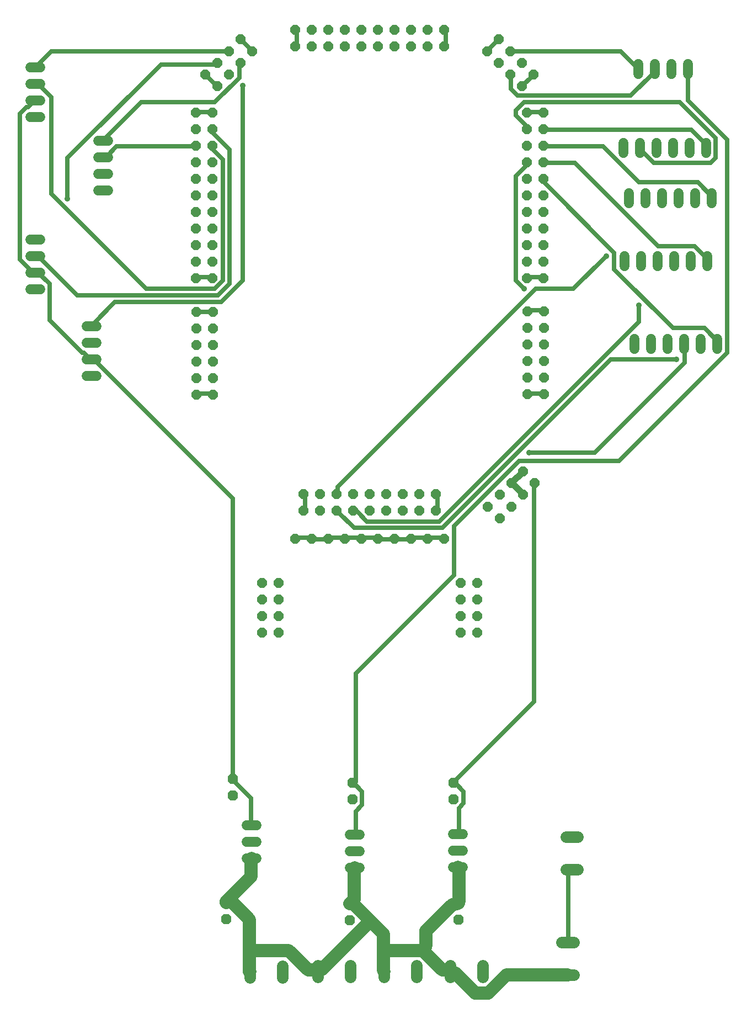
<source format=gbr>
G04 EAGLE Gerber RS-274X export*
G75*
%MOMM*%
%FSLAX34Y34*%
%LPD*%
%INBottom Copper*%
%IPPOS*%
%AMOC8*
5,1,8,0,0,1.08239X$1,22.5*%
G01*
%ADD10C,1.790700*%
%ADD11C,1.524000*%
%ADD12P,1.632244X8X22.500000*%
%ADD13P,1.632244X8X202.500000*%
%ADD14P,1.632244X8X67.500000*%
%ADD15P,1.632244X8X337.500000*%
%ADD16P,1.732040X8X112.500000*%
%ADD17C,1.000000*%
%ADD18C,0.700000*%
%ADD19C,0.914400*%
%ADD20C,2.000000*%


D10*
X835200Y207047D02*
X835200Y224954D01*
X885200Y224954D02*
X885200Y207047D01*
X1142100Y207847D02*
X1142100Y225754D01*
X1192100Y225754D02*
X1192100Y207847D01*
X1040500Y207847D02*
X1040500Y225754D01*
X1090500Y225754D02*
X1090500Y207847D01*
X938900Y207847D02*
X938900Y225754D01*
X988900Y225754D02*
X988900Y207847D01*
D11*
X1146480Y376700D02*
X1161720Y376700D01*
X1161720Y402100D02*
X1146480Y402100D01*
X1146480Y427500D02*
X1161720Y427500D01*
X1003420Y375700D02*
X988180Y375700D01*
X988180Y401100D02*
X1003420Y401100D01*
X1003420Y426500D02*
X988180Y426500D01*
X845120Y389700D02*
X829880Y389700D01*
X829880Y415100D02*
X845120Y415100D01*
X845120Y440500D02*
X829880Y440500D01*
D10*
X1320347Y372700D02*
X1338254Y372700D01*
X1338254Y422700D02*
X1320347Y422700D01*
D11*
X513720Y1603300D02*
X498480Y1603300D01*
X498480Y1577900D02*
X513720Y1577900D01*
X513720Y1552500D02*
X498480Y1552500D01*
X498480Y1527100D02*
X513720Y1527100D01*
X601780Y1490300D02*
X617020Y1490300D01*
X617020Y1464900D02*
X601780Y1464900D01*
X601780Y1439500D02*
X617020Y1439500D01*
X617020Y1414100D02*
X601780Y1414100D01*
X513320Y1339300D02*
X498080Y1339300D01*
X498080Y1313900D02*
X513320Y1313900D01*
X513320Y1288500D02*
X498080Y1288500D01*
X498080Y1263100D02*
X513320Y1263100D01*
X584180Y1205800D02*
X599420Y1205800D01*
X599420Y1180400D02*
X584180Y1180400D01*
X584180Y1155000D02*
X599420Y1155000D01*
X599420Y1129600D02*
X584180Y1129600D01*
D12*
X904340Y1660860D03*
X904340Y1635460D03*
X929740Y1660860D03*
X955140Y1635460D03*
X955140Y1660860D03*
X980540Y1635460D03*
X980540Y1660860D03*
X1005940Y1635460D03*
X1005940Y1660860D03*
X1031340Y1635460D03*
X1031340Y1660860D03*
X1056740Y1635460D03*
X1056740Y1660860D03*
X1082140Y1635460D03*
X1082140Y1660860D03*
X1107540Y1635460D03*
X1107540Y1660860D03*
X929740Y1635460D03*
X1132940Y1660860D03*
X1132940Y1635460D03*
X917167Y948492D03*
X917167Y923092D03*
X942567Y948492D03*
X967967Y923092D03*
X967967Y948492D03*
X993367Y923092D03*
X993367Y948492D03*
X1018767Y923092D03*
X1018767Y948492D03*
X1044167Y923092D03*
X1044167Y948492D03*
X1069567Y923092D03*
X1069567Y948492D03*
X1094967Y923092D03*
X1094967Y948492D03*
X1120367Y923092D03*
X1120367Y948492D03*
X942567Y923092D03*
X1006118Y879810D03*
X1031518Y879810D03*
X1056918Y879810D03*
X1082318Y879810D03*
X1107718Y879810D03*
X1133118Y879810D03*
X980718Y879810D03*
X955318Y879810D03*
X929918Y879810D03*
X904518Y879810D03*
X753210Y1177625D03*
X778610Y1177625D03*
X778610Y1203025D03*
X753210Y1203025D03*
X753210Y1228425D03*
X778610Y1228425D03*
X753210Y1152225D03*
X778610Y1152225D03*
X778610Y1126825D03*
X753210Y1126825D03*
X753210Y1101425D03*
X778610Y1101425D03*
D13*
X1261032Y1178006D03*
X1261032Y1203406D03*
X1286432Y1203406D03*
X1286432Y1228806D03*
X1261032Y1228806D03*
X1286432Y1152606D03*
X1261032Y1152606D03*
X1261032Y1127206D03*
X1286432Y1127206D03*
X1286432Y1101806D03*
X1261032Y1101806D03*
X1286432Y1178006D03*
D12*
X752042Y1406860D03*
X777442Y1406860D03*
X752042Y1432260D03*
X777442Y1432260D03*
X752042Y1457660D03*
X777442Y1457660D03*
X752042Y1483060D03*
X752042Y1508460D03*
X752042Y1533860D03*
X777442Y1483060D03*
X777442Y1508460D03*
X777442Y1533860D03*
X752042Y1381460D03*
X777442Y1381460D03*
X777442Y1356060D03*
X752042Y1356060D03*
X752042Y1330660D03*
X777442Y1330660D03*
X752042Y1305260D03*
X777442Y1305260D03*
X777442Y1279860D03*
X752042Y1279860D03*
X1259940Y1406860D03*
X1285340Y1406860D03*
X1285340Y1432260D03*
X1259940Y1432260D03*
X1259940Y1457660D03*
X1285340Y1457660D03*
X1285340Y1483060D03*
X1285340Y1508460D03*
X1285340Y1533860D03*
X1259940Y1483060D03*
X1259940Y1508460D03*
X1259940Y1533860D03*
X1285340Y1279860D03*
X1259940Y1279860D03*
X1259940Y1305260D03*
X1285340Y1305260D03*
X1285340Y1330660D03*
X1285340Y1356060D03*
X1285340Y1381460D03*
X1259940Y1330660D03*
X1259940Y1356060D03*
X1259940Y1381460D03*
D14*
X802715Y1628071D03*
X820675Y1610111D03*
X820675Y1646032D03*
X838636Y1628071D03*
X784754Y1610111D03*
X802715Y1592150D03*
X766794Y1592150D03*
X784754Y1574190D03*
D15*
X1216642Y1646045D03*
X1198682Y1628085D03*
X1234603Y1628085D03*
X1216642Y1610124D03*
X1252563Y1610124D03*
X1234603Y1592164D03*
X1270524Y1592164D03*
X1252563Y1574203D03*
D14*
X1200239Y929561D03*
X1218199Y911601D03*
X1218199Y947522D03*
X1236160Y929561D03*
X1236160Y965482D03*
X1254120Y947522D03*
X1254120Y983443D03*
X1272081Y965482D03*
D12*
X853540Y812500D03*
X878940Y812500D03*
X853540Y787100D03*
X878940Y787100D03*
X853540Y761700D03*
X878940Y761700D03*
X853540Y736300D03*
X878940Y736300D03*
X1158340Y812500D03*
X1183740Y812500D03*
X1158340Y787100D03*
X1183740Y787100D03*
X1158340Y761700D03*
X1183740Y761700D03*
X1158340Y736300D03*
X1183740Y736300D03*
D11*
X1431000Y1593080D02*
X1431000Y1608320D01*
X1456400Y1608320D02*
X1456400Y1593080D01*
X1481800Y1593080D02*
X1481800Y1608320D01*
X1507200Y1608320D02*
X1507200Y1593080D01*
D16*
X1154700Y296200D03*
X1154700Y321600D03*
X988700Y295200D03*
X988700Y320600D03*
X798700Y297200D03*
X798700Y322600D03*
X1147300Y480600D03*
X1147300Y506000D03*
X992600Y480600D03*
X992600Y506000D03*
X808700Y486200D03*
X808700Y511600D03*
D10*
X1313747Y211700D02*
X1331654Y211700D01*
X1331654Y261700D02*
X1313747Y261700D01*
D11*
X1416500Y1395380D02*
X1416500Y1410620D01*
X1441900Y1410620D02*
X1441900Y1395380D01*
X1467300Y1395380D02*
X1467300Y1410620D01*
X1492700Y1410620D02*
X1492700Y1395380D01*
X1518100Y1395380D02*
X1518100Y1410620D01*
X1543500Y1410620D02*
X1543500Y1395380D01*
X1425500Y1186620D02*
X1425500Y1171380D01*
X1450900Y1171380D02*
X1450900Y1186620D01*
X1476300Y1186620D02*
X1476300Y1171380D01*
X1501700Y1171380D02*
X1501700Y1186620D01*
X1527100Y1186620D02*
X1527100Y1171380D01*
X1552500Y1171380D02*
X1552500Y1186620D01*
X1409500Y1298380D02*
X1409500Y1313620D01*
X1434900Y1313620D02*
X1434900Y1298380D01*
X1460300Y1298380D02*
X1460300Y1313620D01*
X1485700Y1313620D02*
X1485700Y1298380D01*
X1511100Y1298380D02*
X1511100Y1313620D01*
X1536500Y1313620D02*
X1536500Y1298380D01*
X1408500Y1472380D02*
X1408500Y1487620D01*
X1433900Y1487620D02*
X1433900Y1472380D01*
X1459300Y1472380D02*
X1459300Y1487620D01*
X1484700Y1487620D02*
X1484700Y1472380D01*
X1510100Y1472380D02*
X1510100Y1487620D01*
X1535500Y1487620D02*
X1535500Y1472380D01*
D17*
X1238416Y964608D02*
X1253488Y949536D01*
X1254120Y947522D01*
X1238416Y964608D02*
X1236160Y965482D01*
X1238416Y967120D02*
X1253488Y982192D01*
X1254120Y983443D01*
X1238416Y967120D02*
X1236160Y965482D01*
D18*
X929440Y881712D02*
X906832Y881712D01*
X904518Y879810D01*
X929440Y881712D02*
X929918Y879810D01*
X957072Y881712D02*
X979680Y881712D01*
X957072Y881712D02*
X955318Y879810D01*
X979680Y881712D02*
X980718Y879810D01*
X952048Y879200D02*
X931952Y879200D01*
X929918Y879810D01*
X952048Y879200D02*
X955318Y879810D01*
X1007312Y881712D02*
X1029920Y881712D01*
X1007312Y881712D02*
X1006118Y879810D01*
X1029920Y881712D02*
X1031518Y879810D01*
X1034944Y879200D02*
X1055040Y879200D01*
X1056918Y879810D01*
X1034944Y879200D02*
X1031518Y879810D01*
X1060064Y879200D02*
X1080160Y879200D01*
X1082318Y879810D01*
X1060064Y879200D02*
X1056918Y879810D01*
X1085184Y881712D02*
X1105280Y881712D01*
X1107718Y879810D01*
X1085184Y881712D02*
X1082318Y879810D01*
X1110304Y881712D02*
X1132912Y881712D01*
X1133118Y879810D01*
X1110304Y881712D02*
X1107718Y879810D01*
X1004800Y881712D02*
X982192Y881712D01*
X980718Y879810D01*
X1004800Y881712D02*
X1006118Y879810D01*
X1122864Y924416D02*
X1122864Y947024D01*
X1122864Y924416D02*
X1120367Y923092D01*
X1122864Y947024D02*
X1120367Y948492D01*
X919392Y947024D02*
X919392Y924416D01*
X917167Y923092D01*
X919392Y947024D02*
X917167Y948492D01*
X1135424Y1637824D02*
X1135424Y1660432D01*
X1135424Y1637824D02*
X1132940Y1635460D01*
X1135424Y1660432D02*
X1132940Y1660860D01*
X906832Y1660432D02*
X906832Y1637824D01*
X904340Y1635460D01*
X906832Y1660432D02*
X904340Y1660860D01*
X1253488Y1575024D02*
X1268560Y1590096D01*
X1253488Y1575024D02*
X1252563Y1574203D01*
X1268560Y1590096D02*
X1270524Y1592164D01*
X1215808Y1645360D02*
X1200736Y1630288D01*
X1198682Y1628085D01*
X1215808Y1645360D02*
X1216642Y1646045D01*
X836496Y1630288D02*
X821424Y1645360D01*
X836496Y1630288D02*
X838636Y1628071D01*
X821424Y1645360D02*
X820675Y1646032D01*
X768672Y1590096D02*
X783744Y1575024D01*
X768672Y1590096D02*
X766794Y1592150D01*
X783744Y1575024D02*
X784754Y1574190D01*
X776208Y1534832D02*
X753600Y1534832D01*
X752042Y1533860D01*
X776208Y1534832D02*
X777442Y1533860D01*
X776208Y1281120D02*
X753600Y1281120D01*
X752042Y1279860D01*
X776208Y1281120D02*
X777442Y1279860D01*
X776208Y1228368D02*
X753600Y1228368D01*
X753210Y1228425D01*
X776208Y1228368D02*
X778610Y1228425D01*
X776208Y1102768D02*
X753600Y1102768D01*
X753210Y1101425D01*
X776208Y1102768D02*
X778610Y1101425D01*
X1261024Y1534832D02*
X1283632Y1534832D01*
X1261024Y1534832D02*
X1259940Y1533860D01*
X1283632Y1534832D02*
X1285340Y1533860D01*
X1283632Y1281120D02*
X1261024Y1281120D01*
X1259940Y1279860D01*
X1283632Y1281120D02*
X1285340Y1279860D01*
X1286144Y1230880D02*
X1263536Y1230880D01*
X1261032Y1228806D01*
X1286144Y1230880D02*
X1286432Y1228806D01*
X1286144Y1102768D02*
X1263536Y1102768D01*
X1261032Y1101806D01*
X1286144Y1102768D02*
X1286432Y1101806D01*
X1286144Y1507200D02*
X1512224Y1507200D01*
X1537344Y1482080D01*
X1286144Y1507200D02*
X1285340Y1508460D01*
X1535500Y1480000D02*
X1537344Y1482080D01*
X1258512Y1509712D02*
X1258512Y1514736D01*
X1243440Y1529808D01*
X1243440Y1537344D01*
X1256000Y1549904D01*
X1494640Y1549904D01*
X1549904Y1494640D01*
X1549904Y1464496D01*
X1542368Y1456960D01*
X1454448Y1456960D01*
X1431840Y1479568D01*
X1259940Y1508460D02*
X1258512Y1509712D01*
X1431840Y1479568D02*
X1433900Y1480000D01*
X1376576Y1482080D02*
X1286144Y1482080D01*
X1376576Y1482080D02*
X1431840Y1426816D01*
X1522272Y1426816D01*
X1544880Y1404208D01*
X1286144Y1482080D02*
X1285340Y1483060D01*
X1543500Y1403000D02*
X1544880Y1404208D01*
X1258512Y1451936D02*
X1258512Y1456960D01*
X1258512Y1451936D02*
X1243440Y1436864D01*
X1243440Y1276096D01*
X1256000Y1263536D01*
X1258512Y1456960D02*
X1259940Y1457660D01*
D19*
X1256000Y1263536D03*
D18*
X1286144Y1456960D02*
X1333872Y1456960D01*
X1461984Y1328848D01*
X1517248Y1328848D01*
X1534832Y1311264D01*
X1534832Y1306240D01*
X1286144Y1456960D02*
X1285340Y1457660D01*
X1534832Y1306240D02*
X1536500Y1306000D01*
X1286144Y1426816D02*
X1286144Y1431840D01*
X1286144Y1426816D02*
X1394160Y1318800D01*
X1394160Y1293680D01*
X1484592Y1203248D01*
X1532320Y1203248D01*
X1554928Y1180640D01*
X1286144Y1431840D02*
X1285340Y1432260D01*
X1552500Y1179000D02*
X1554928Y1180640D01*
X994752Y896784D02*
X969632Y921904D01*
X994752Y896784D02*
X1130400Y896784D01*
X1389136Y1155520D01*
X1489616Y1155520D01*
X969632Y921904D02*
X967967Y923092D01*
D19*
X1489616Y1155520D03*
D18*
X969632Y959584D02*
X969632Y949536D01*
X969632Y959584D02*
X1273584Y1263536D01*
X1331360Y1263536D01*
X1381600Y1313776D01*
X969632Y949536D02*
X967967Y948492D01*
D19*
X1381600Y1313776D03*
D18*
X999776Y921904D02*
X994752Y921904D01*
X999776Y921904D02*
X1014848Y906832D01*
X1125376Y906832D01*
X1431840Y1213296D01*
X1431840Y1238416D01*
X994752Y921904D02*
X993367Y923092D01*
D19*
X1431840Y1238416D03*
D18*
X1364016Y1012336D02*
X1263536Y1012336D01*
X1364016Y1012336D02*
X1502176Y1150496D01*
X1502176Y1178128D01*
X1501700Y1179000D01*
D19*
X1263536Y1012336D03*
D18*
X1235904Y1570000D02*
X1235904Y1590096D01*
X1235904Y1570000D02*
X1245952Y1559952D01*
X1419280Y1559952D01*
X1454448Y1595120D01*
X1454448Y1600144D01*
X1235904Y1590096D02*
X1234603Y1592164D01*
X1454448Y1600144D02*
X1456400Y1600700D01*
X1404208Y1627776D02*
X1235904Y1627776D01*
X1404208Y1627776D02*
X1429328Y1602656D01*
X1235904Y1627776D02*
X1234603Y1628085D01*
X1429328Y1602656D02*
X1431000Y1600700D01*
X778720Y1482080D02*
X778720Y1477056D01*
X793792Y1461984D01*
X793792Y1276096D01*
X781232Y1263536D01*
X675728Y1263536D01*
X530032Y1409232D01*
X530032Y1557440D01*
X507424Y1580048D01*
X777442Y1483060D02*
X778720Y1482080D01*
X507424Y1580048D02*
X506100Y1577900D01*
X530032Y1627776D02*
X801328Y1627776D01*
X530032Y1627776D02*
X507424Y1605168D01*
X801328Y1627776D02*
X802715Y1628071D01*
X507424Y1605168D02*
X506100Y1603300D01*
X630512Y1482080D02*
X751088Y1482080D01*
X630512Y1482080D02*
X615440Y1467008D01*
X610416Y1467008D01*
X751088Y1482080D02*
X752042Y1483060D01*
X610416Y1467008D02*
X609400Y1464900D01*
X818912Y1587584D02*
X818912Y1607680D01*
X818912Y1587584D02*
X781232Y1549904D01*
X668192Y1549904D01*
X610416Y1492128D01*
X818912Y1607680D02*
X820675Y1610111D01*
X610416Y1492128D02*
X609400Y1490300D01*
X823936Y1575024D02*
X823936Y1276096D01*
X791280Y1243440D01*
X628000Y1243440D01*
X592832Y1208272D01*
X591800Y1205800D01*
D19*
X823936Y1575024D03*
D18*
X778720Y1507200D02*
X778720Y1502176D01*
X803840Y1477056D01*
X803840Y1271072D01*
X786256Y1253488D01*
X570224Y1253488D01*
X507424Y1316288D01*
X777442Y1508460D02*
X778720Y1507200D01*
X507424Y1316288D02*
X505700Y1313900D01*
X698336Y1607680D02*
X783744Y1607680D01*
X698336Y1607680D02*
X555152Y1464496D01*
X555152Y1401696D01*
X783744Y1607680D02*
X784754Y1610111D01*
D19*
X555152Y1401696D03*
D18*
X1323824Y366752D02*
X1323824Y263760D01*
X1323824Y366752D02*
X1328848Y371776D01*
X1323824Y263760D02*
X1322700Y261700D01*
X1328848Y371776D02*
X1329300Y372700D01*
X836496Y442112D02*
X836496Y482304D01*
X808864Y509936D01*
X836496Y442112D02*
X837500Y440500D01*
X808864Y509936D02*
X808700Y511600D01*
X590320Y1155520D02*
X580272Y1165568D01*
X577760Y1165568D01*
X527520Y1215808D01*
X527520Y1271072D01*
X512448Y1286144D01*
X507424Y1286144D01*
X590320Y1155520D02*
X591800Y1155000D01*
X507424Y1286144D02*
X505700Y1288500D01*
X494864Y1542368D02*
X504912Y1552416D01*
X494864Y1542368D02*
X492352Y1542368D01*
X482304Y1532320D01*
X482304Y1308752D01*
X502400Y1288656D01*
X504912Y1552416D02*
X506100Y1552500D01*
X502400Y1288656D02*
X505700Y1288500D01*
X808864Y942000D02*
X808864Y514960D01*
X808864Y942000D02*
X595344Y1155520D01*
X808864Y514960D02*
X808700Y511600D01*
X595344Y1155520D02*
X591800Y1155000D01*
X1271072Y964608D02*
X1271072Y630512D01*
X1147984Y507424D01*
X1271072Y964608D02*
X1272081Y965482D01*
X1147984Y507424D02*
X1147300Y506000D01*
X1155520Y467232D02*
X1155520Y429552D01*
X1155520Y467232D02*
X1163056Y474768D01*
X1163056Y492352D01*
X1150496Y504912D01*
X1155520Y429552D02*
X1154100Y427500D01*
X1150496Y504912D02*
X1147300Y506000D01*
X997264Y462208D02*
X997264Y427040D01*
X997264Y462208D02*
X1007312Y472256D01*
X1007312Y492352D01*
X994752Y504912D01*
X997264Y427040D02*
X995800Y426500D01*
X994752Y504912D02*
X992600Y506000D01*
X1507200Y1552416D02*
X1507200Y1600700D01*
X1507200Y1552416D02*
X1567488Y1492128D01*
X1567488Y1165568D01*
X1401696Y999776D01*
X1248464Y999776D01*
X1147984Y899296D01*
X1147984Y823936D01*
X997264Y673216D01*
X997264Y507424D01*
X992600Y506000D01*
D20*
X836496Y389360D02*
X836496Y361728D01*
X802584Y327816D02*
X798816Y324048D01*
X802584Y327816D02*
X836496Y361728D01*
X836496Y389360D02*
X837500Y389700D01*
X798816Y324048D02*
X798700Y322600D01*
X833984Y296416D02*
X833984Y248688D01*
X833984Y216032D01*
X833984Y296416D02*
X802584Y327816D01*
X833984Y216032D02*
X835200Y216000D01*
X924416Y218544D02*
X936976Y218544D01*
X924416Y218544D02*
X894272Y248688D01*
X833984Y248688D01*
X936976Y218544D02*
X938900Y216800D01*
X1155520Y324048D02*
X1155520Y374288D01*
X1154100Y376700D01*
X1155520Y324048D02*
X1154700Y321600D01*
X994752Y326560D02*
X994752Y374288D01*
X990984Y322792D02*
X989728Y321536D01*
X990984Y322792D02*
X994752Y326560D01*
X994752Y374288D02*
X995800Y375700D01*
X989728Y321536D02*
X988700Y320600D01*
X1039968Y273808D02*
X1039968Y248688D01*
X1039968Y218544D01*
X1019872Y293904D02*
X990984Y322792D01*
X1019872Y293904D02*
X1039968Y273808D01*
X1039968Y218544D02*
X1040500Y216800D01*
X1130400Y218544D02*
X1140448Y218544D01*
X1130400Y218544D02*
X1100256Y248688D01*
X1039968Y248688D01*
X1140448Y218544D02*
X1142100Y216800D01*
X1228368Y211008D02*
X1321312Y211008D01*
X1228368Y211008D02*
X1200736Y183376D01*
X1180640Y183376D01*
X1150496Y213520D01*
X1321312Y211008D02*
X1322700Y211700D01*
X1150496Y213520D02*
X1142100Y216800D01*
X1105280Y278832D02*
X1145472Y319024D01*
X1105280Y278832D02*
X1105280Y256224D01*
X1145472Y319024D02*
X1154700Y321600D01*
X1105280Y256224D02*
X1100256Y248688D01*
X1019872Y293904D02*
X947024Y221056D01*
X938900Y216800D01*
M02*

</source>
